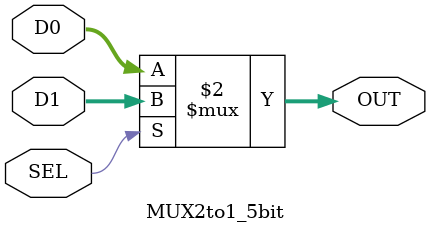
<source format=v>

module MUX2to1_32bit(D0, D1, OUT, SEL);
	input [31:0] D0, D1;
	input SEL;
	output [31:0] OUT;
	
	assign OUT = (SEL == 0) ? D0:D1;

endmodule


//5-bit
module MUX2to1_5bit(D0, D1, OUT, SEL);
	input [4:0] D0, D1;
	input SEL;
	output [4:0] OUT;
	
	assign OUT = (SEL == 0) ? D0:D1;

endmodule

</source>
